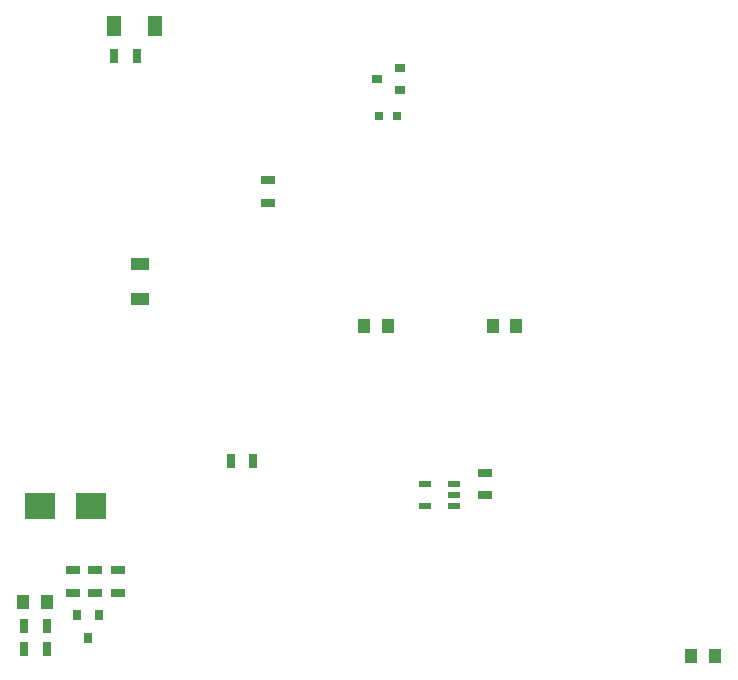
<source format=gbr>
%TF.GenerationSoftware,KiCad,Pcbnew,(5.1.6)-1*%
%TF.CreationDate,2020-06-29T23:41:49+02:00*%
%TF.ProjectId,EnergyMonitor,456e6572-6779-44d6-9f6e-69746f722e6b,1.0*%
%TF.SameCoordinates,Original*%
%TF.FileFunction,Paste,Bot*%
%TF.FilePolarity,Positive*%
%FSLAX46Y46*%
G04 Gerber Fmt 4.6, Leading zero omitted, Abs format (unit mm)*
G04 Created by KiCad (PCBNEW (5.1.6)-1) date 2020-06-29 23:41:49*
%MOMM*%
%LPD*%
G01*
G04 APERTURE LIST*
%ADD10R,1.000000X1.250000*%
%ADD11R,2.500000X2.300000*%
%ADD12R,0.700000X1.300000*%
%ADD13R,1.300000X0.700000*%
%ADD14R,0.800000X0.750000*%
%ADD15R,0.800000X0.900000*%
%ADD16R,0.900000X0.800000*%
%ADD17R,1.000000X0.600000*%
%ADD18R,1.300000X1.700000*%
%ADD19R,1.600000X1.000000*%
G04 APERTURE END LIST*
D10*
%TO.C,C14*%
X124025000Y-162380000D03*
X122025000Y-162380000D03*
%TD*%
D11*
%TO.C,D5*%
X71200000Y-149680000D03*
X66900000Y-149680000D03*
%TD*%
D10*
%TO.C,C26*%
X67510000Y-157808000D03*
X65510000Y-157808000D03*
%TD*%
D12*
%TO.C,NT1*%
X84950000Y-145870000D03*
X83050000Y-145870000D03*
%TD*%
D13*
%TO.C,FB6*%
X86195000Y-122060000D03*
X86195000Y-123960000D03*
%TD*%
D14*
%TO.C,C11*%
X95605000Y-116660000D03*
X97105000Y-116660000D03*
%TD*%
D15*
%TO.C,U9*%
X70005000Y-158840000D03*
X71905000Y-158840000D03*
X70955000Y-160840000D03*
%TD*%
D16*
%TO.C,U2*%
X97420000Y-112535000D03*
X97420000Y-114435000D03*
X95420000Y-113485000D03*
%TD*%
D17*
%TO.C,U13*%
X101930000Y-149680000D03*
X99530000Y-149680000D03*
X101930000Y-148730000D03*
X101930000Y-147780000D03*
X99530000Y-147780000D03*
%TD*%
D12*
%TO.C,R26*%
X75080000Y-111580000D03*
X73180000Y-111580000D03*
%TD*%
%TO.C,R33*%
X67460000Y-161745000D03*
X65560000Y-161745000D03*
%TD*%
%TO.C,R32*%
X67460000Y-159840000D03*
X65560000Y-159840000D03*
%TD*%
D13*
%TO.C,R31*%
X69685000Y-156980000D03*
X69685000Y-155080000D03*
%TD*%
%TO.C,R30*%
X71590000Y-155080000D03*
X71590000Y-156980000D03*
%TD*%
%TO.C,R29*%
X73495000Y-156980000D03*
X73495000Y-155080000D03*
%TD*%
%TO.C,R28*%
X104610000Y-146825000D03*
X104610000Y-148725000D03*
%TD*%
D18*
%TO.C,DZ1*%
X73170000Y-109040000D03*
X76670000Y-109040000D03*
%TD*%
D10*
%TO.C,C10*%
X105245000Y-134440000D03*
X107245000Y-134440000D03*
%TD*%
D19*
%TO.C,C18*%
X75400000Y-129130000D03*
X75400000Y-132130000D03*
%TD*%
D10*
%TO.C,C9*%
X96355000Y-134440000D03*
X94355000Y-134440000D03*
%TD*%
M02*

</source>
